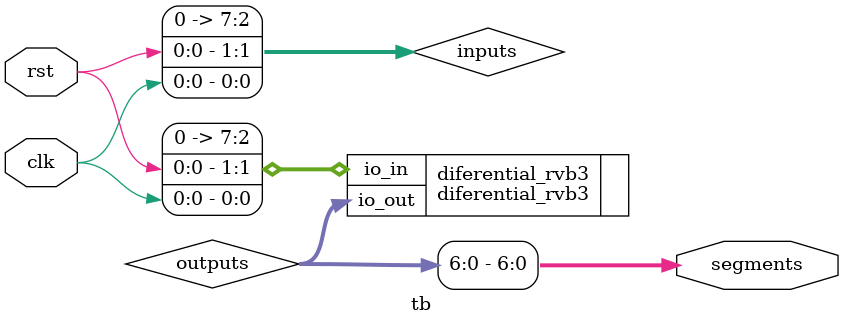
<source format=v>
`default_nettype none
`timescale 1ns/1ps

/*
this testbench just instantiates the module and makes some convenient wires
that can be driven / tested by the cocotb test.py
*/

module tb (
    // testbench is controlled by test.py
    input clk,
    input rst,
    output [6:0] segments
   );

    // this part dumps the trace to a vcd file that can be viewed with GTKWave
    initial begin
        $dumpfile ("tb.vcd");
        $dumpvars (0, tb);
        #1;
    end

    // wire up the inputs and outputs
    wire [7:0] inputs = {6'b0, rst, clk};
    wire [7:0] outputs;
    assign segments = outputs[6:0];

    // instantiate the DUT
    diferential_rvb3 diferential_rvb3(
        `ifdef GL_TEST
            .vccd1( 1'b1),
            .vssd1( 1'b0),
        `endif
        .io_in  (inputs),
        .io_out (outputs)
        );

endmodule

</source>
